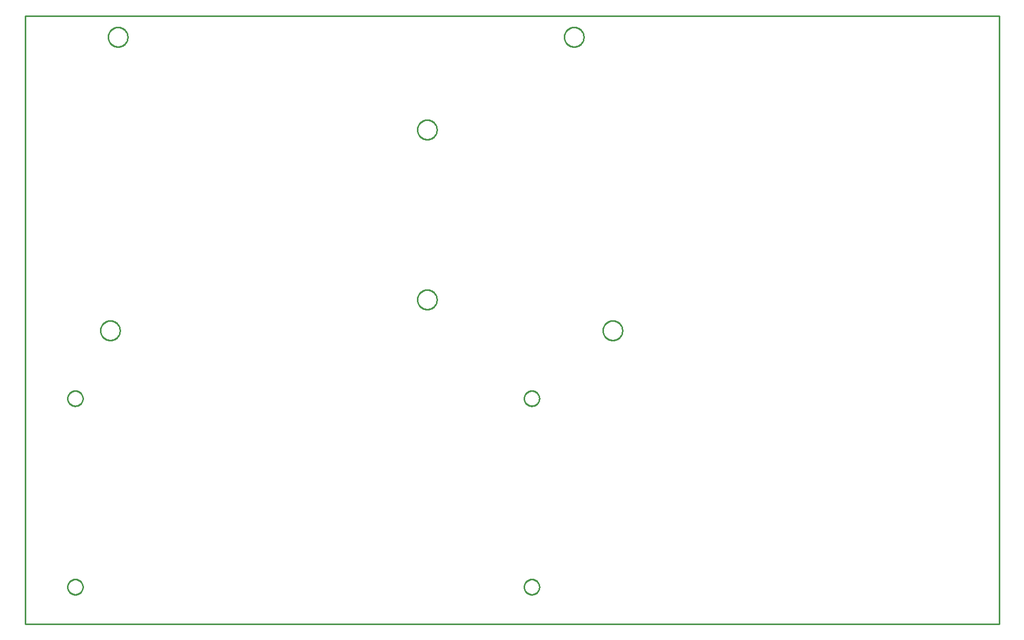
<source format=gbr>
G04 EAGLE Gerber RS-274X export*
G75*
%MOMM*%
%FSLAX34Y34*%
%LPD*%
%IN*%
%IPPOS*%
%AMOC8*
5,1,8,0,0,1.08239X$1,22.5*%
G01*
%ADD10C,0.254000*%


D10*
X0Y0D02*
X1600000Y0D01*
X1600000Y1000000D01*
X0Y1000000D01*
X0Y0D01*
X168400Y964676D02*
X168332Y963631D01*
X168195Y962592D01*
X167990Y961565D01*
X167719Y960553D01*
X167383Y959561D01*
X166982Y958593D01*
X166518Y957654D01*
X165995Y956746D01*
X165413Y955875D01*
X164775Y955044D01*
X164084Y954257D01*
X163343Y953516D01*
X162556Y952825D01*
X161725Y952188D01*
X160854Y951606D01*
X159946Y951082D01*
X159007Y950618D01*
X158039Y950217D01*
X157047Y949881D01*
X156035Y949610D01*
X155008Y949405D01*
X153969Y949269D01*
X152924Y949200D01*
X151876Y949200D01*
X150831Y949269D01*
X149792Y949405D01*
X148765Y949610D01*
X147753Y949881D01*
X146761Y950217D01*
X145793Y950618D01*
X144854Y951082D01*
X143946Y951606D01*
X143075Y952188D01*
X142244Y952825D01*
X141457Y953516D01*
X140716Y954257D01*
X140025Y955044D01*
X139388Y955875D01*
X138806Y956746D01*
X138282Y957654D01*
X137818Y958593D01*
X137417Y959561D01*
X137081Y960553D01*
X136810Y961565D01*
X136605Y962592D01*
X136469Y963631D01*
X136400Y964676D01*
X136400Y965724D01*
X136469Y966769D01*
X136605Y967808D01*
X136810Y968835D01*
X137081Y969847D01*
X137417Y970839D01*
X137818Y971807D01*
X138282Y972746D01*
X138806Y973654D01*
X139388Y974525D01*
X140025Y975356D01*
X140716Y976143D01*
X141457Y976884D01*
X142244Y977575D01*
X143075Y978213D01*
X143946Y978795D01*
X144854Y979318D01*
X145793Y979782D01*
X146761Y980183D01*
X147753Y980519D01*
X148765Y980790D01*
X149792Y980995D01*
X150831Y981132D01*
X151876Y981200D01*
X152924Y981200D01*
X153969Y981132D01*
X155008Y980995D01*
X156035Y980790D01*
X157047Y980519D01*
X158039Y980183D01*
X159007Y979782D01*
X159946Y979318D01*
X160854Y978795D01*
X161725Y978213D01*
X162556Y977575D01*
X163343Y976884D01*
X164084Y976143D01*
X164775Y975356D01*
X165413Y974525D01*
X165995Y973654D01*
X166518Y972746D01*
X166982Y971807D01*
X167383Y970839D01*
X167719Y969847D01*
X167990Y968835D01*
X168195Y967808D01*
X168332Y966769D01*
X168400Y965724D01*
X168400Y964676D01*
X155700Y482076D02*
X155632Y481031D01*
X155495Y479992D01*
X155290Y478965D01*
X155019Y477953D01*
X154683Y476961D01*
X154282Y475993D01*
X153818Y475054D01*
X153295Y474146D01*
X152713Y473275D01*
X152075Y472444D01*
X151384Y471657D01*
X150643Y470916D01*
X149856Y470225D01*
X149025Y469588D01*
X148154Y469006D01*
X147246Y468482D01*
X146307Y468018D01*
X145339Y467617D01*
X144347Y467281D01*
X143335Y467010D01*
X142308Y466805D01*
X141269Y466669D01*
X140224Y466600D01*
X139176Y466600D01*
X138131Y466669D01*
X137092Y466805D01*
X136065Y467010D01*
X135053Y467281D01*
X134061Y467617D01*
X133093Y468018D01*
X132154Y468482D01*
X131246Y469006D01*
X130375Y469588D01*
X129544Y470225D01*
X128757Y470916D01*
X128016Y471657D01*
X127325Y472444D01*
X126688Y473275D01*
X126106Y474146D01*
X125582Y475054D01*
X125118Y475993D01*
X124717Y476961D01*
X124381Y477953D01*
X124110Y478965D01*
X123905Y479992D01*
X123769Y481031D01*
X123700Y482076D01*
X123700Y483124D01*
X123769Y484169D01*
X123905Y485208D01*
X124110Y486235D01*
X124381Y487247D01*
X124717Y488239D01*
X125118Y489207D01*
X125582Y490146D01*
X126106Y491054D01*
X126688Y491925D01*
X127325Y492756D01*
X128016Y493543D01*
X128757Y494284D01*
X129544Y494975D01*
X130375Y495613D01*
X131246Y496195D01*
X132154Y496718D01*
X133093Y497182D01*
X134061Y497583D01*
X135053Y497919D01*
X136065Y498190D01*
X137092Y498395D01*
X138131Y498532D01*
X139176Y498600D01*
X140224Y498600D01*
X141269Y498532D01*
X142308Y498395D01*
X143335Y498190D01*
X144347Y497919D01*
X145339Y497583D01*
X146307Y497182D01*
X147246Y496718D01*
X148154Y496195D01*
X149025Y495613D01*
X149856Y494975D01*
X150643Y494284D01*
X151384Y493543D01*
X152075Y492756D01*
X152713Y491925D01*
X153295Y491054D01*
X153818Y490146D01*
X154282Y489207D01*
X154683Y488239D01*
X155019Y487247D01*
X155290Y486235D01*
X155495Y485208D01*
X155632Y484169D01*
X155700Y483124D01*
X155700Y482076D01*
X676400Y812276D02*
X676332Y811231D01*
X676195Y810192D01*
X675990Y809165D01*
X675719Y808153D01*
X675383Y807161D01*
X674982Y806193D01*
X674518Y805254D01*
X673995Y804346D01*
X673413Y803475D01*
X672775Y802644D01*
X672084Y801857D01*
X671343Y801116D01*
X670556Y800425D01*
X669725Y799788D01*
X668854Y799206D01*
X667946Y798682D01*
X667007Y798218D01*
X666039Y797817D01*
X665047Y797481D01*
X664035Y797210D01*
X663008Y797005D01*
X661969Y796869D01*
X660924Y796800D01*
X659876Y796800D01*
X658831Y796869D01*
X657792Y797005D01*
X656765Y797210D01*
X655753Y797481D01*
X654761Y797817D01*
X653793Y798218D01*
X652854Y798682D01*
X651946Y799206D01*
X651075Y799788D01*
X650244Y800425D01*
X649457Y801116D01*
X648716Y801857D01*
X648025Y802644D01*
X647388Y803475D01*
X646806Y804346D01*
X646282Y805254D01*
X645818Y806193D01*
X645417Y807161D01*
X645081Y808153D01*
X644810Y809165D01*
X644605Y810192D01*
X644469Y811231D01*
X644400Y812276D01*
X644400Y813324D01*
X644469Y814369D01*
X644605Y815408D01*
X644810Y816435D01*
X645081Y817447D01*
X645417Y818439D01*
X645818Y819407D01*
X646282Y820346D01*
X646806Y821254D01*
X647388Y822125D01*
X648025Y822956D01*
X648716Y823743D01*
X649457Y824484D01*
X650244Y825175D01*
X651075Y825813D01*
X651946Y826395D01*
X652854Y826918D01*
X653793Y827382D01*
X654761Y827783D01*
X655753Y828119D01*
X656765Y828390D01*
X657792Y828595D01*
X658831Y828732D01*
X659876Y828800D01*
X660924Y828800D01*
X661969Y828732D01*
X663008Y828595D01*
X664035Y828390D01*
X665047Y828119D01*
X666039Y827783D01*
X667007Y827382D01*
X667946Y826918D01*
X668854Y826395D01*
X669725Y825813D01*
X670556Y825175D01*
X671343Y824484D01*
X672084Y823743D01*
X672775Y822956D01*
X673413Y822125D01*
X673995Y821254D01*
X674518Y820346D01*
X674982Y819407D01*
X675383Y818439D01*
X675719Y817447D01*
X675990Y816435D01*
X676195Y815408D01*
X676332Y814369D01*
X676400Y813324D01*
X676400Y812276D01*
X676400Y532876D02*
X676332Y531831D01*
X676195Y530792D01*
X675990Y529765D01*
X675719Y528753D01*
X675383Y527761D01*
X674982Y526793D01*
X674518Y525854D01*
X673995Y524946D01*
X673413Y524075D01*
X672775Y523244D01*
X672084Y522457D01*
X671343Y521716D01*
X670556Y521025D01*
X669725Y520388D01*
X668854Y519806D01*
X667946Y519282D01*
X667007Y518818D01*
X666039Y518417D01*
X665047Y518081D01*
X664035Y517810D01*
X663008Y517605D01*
X661969Y517469D01*
X660924Y517400D01*
X659876Y517400D01*
X658831Y517469D01*
X657792Y517605D01*
X656765Y517810D01*
X655753Y518081D01*
X654761Y518417D01*
X653793Y518818D01*
X652854Y519282D01*
X651946Y519806D01*
X651075Y520388D01*
X650244Y521025D01*
X649457Y521716D01*
X648716Y522457D01*
X648025Y523244D01*
X647388Y524075D01*
X646806Y524946D01*
X646282Y525854D01*
X645818Y526793D01*
X645417Y527761D01*
X645081Y528753D01*
X644810Y529765D01*
X644605Y530792D01*
X644469Y531831D01*
X644400Y532876D01*
X644400Y533924D01*
X644469Y534969D01*
X644605Y536008D01*
X644810Y537035D01*
X645081Y538047D01*
X645417Y539039D01*
X645818Y540007D01*
X646282Y540946D01*
X646806Y541854D01*
X647388Y542725D01*
X648025Y543556D01*
X648716Y544343D01*
X649457Y545084D01*
X650244Y545775D01*
X651075Y546413D01*
X651946Y546995D01*
X652854Y547518D01*
X653793Y547982D01*
X654761Y548383D01*
X655753Y548719D01*
X656765Y548990D01*
X657792Y549195D01*
X658831Y549332D01*
X659876Y549400D01*
X660924Y549400D01*
X661969Y549332D01*
X663008Y549195D01*
X664035Y548990D01*
X665047Y548719D01*
X666039Y548383D01*
X667007Y547982D01*
X667946Y547518D01*
X668854Y546995D01*
X669725Y546413D01*
X670556Y545775D01*
X671343Y545084D01*
X672084Y544343D01*
X672775Y543556D01*
X673413Y542725D01*
X673995Y541854D01*
X674518Y540946D01*
X674982Y540007D01*
X675383Y539039D01*
X675719Y538047D01*
X675990Y537035D01*
X676195Y536008D01*
X676332Y534969D01*
X676400Y533924D01*
X676400Y532876D01*
X917700Y964676D02*
X917632Y963631D01*
X917495Y962592D01*
X917290Y961565D01*
X917019Y960553D01*
X916683Y959561D01*
X916282Y958593D01*
X915818Y957654D01*
X915295Y956746D01*
X914713Y955875D01*
X914075Y955044D01*
X913384Y954257D01*
X912643Y953516D01*
X911856Y952825D01*
X911025Y952188D01*
X910154Y951606D01*
X909246Y951082D01*
X908307Y950618D01*
X907339Y950217D01*
X906347Y949881D01*
X905335Y949610D01*
X904308Y949405D01*
X903269Y949269D01*
X902224Y949200D01*
X901176Y949200D01*
X900131Y949269D01*
X899092Y949405D01*
X898065Y949610D01*
X897053Y949881D01*
X896061Y950217D01*
X895093Y950618D01*
X894154Y951082D01*
X893246Y951606D01*
X892375Y952188D01*
X891544Y952825D01*
X890757Y953516D01*
X890016Y954257D01*
X889325Y955044D01*
X888688Y955875D01*
X888106Y956746D01*
X887582Y957654D01*
X887118Y958593D01*
X886717Y959561D01*
X886381Y960553D01*
X886110Y961565D01*
X885905Y962592D01*
X885769Y963631D01*
X885700Y964676D01*
X885700Y965724D01*
X885769Y966769D01*
X885905Y967808D01*
X886110Y968835D01*
X886381Y969847D01*
X886717Y970839D01*
X887118Y971807D01*
X887582Y972746D01*
X888106Y973654D01*
X888688Y974525D01*
X889325Y975356D01*
X890016Y976143D01*
X890757Y976884D01*
X891544Y977575D01*
X892375Y978213D01*
X893246Y978795D01*
X894154Y979318D01*
X895093Y979782D01*
X896061Y980183D01*
X897053Y980519D01*
X898065Y980790D01*
X899092Y980995D01*
X900131Y981132D01*
X901176Y981200D01*
X902224Y981200D01*
X903269Y981132D01*
X904308Y980995D01*
X905335Y980790D01*
X906347Y980519D01*
X907339Y980183D01*
X908307Y979782D01*
X909246Y979318D01*
X910154Y978795D01*
X911025Y978213D01*
X911856Y977575D01*
X912643Y976884D01*
X913384Y976143D01*
X914075Y975356D01*
X914713Y974525D01*
X915295Y973654D01*
X915818Y972746D01*
X916282Y971807D01*
X916683Y970839D01*
X917019Y969847D01*
X917290Y968835D01*
X917495Y967808D01*
X917632Y966769D01*
X917700Y965724D01*
X917700Y964676D01*
X981200Y482076D02*
X981132Y481031D01*
X980995Y479992D01*
X980790Y478965D01*
X980519Y477953D01*
X980183Y476961D01*
X979782Y475993D01*
X979318Y475054D01*
X978795Y474146D01*
X978213Y473275D01*
X977575Y472444D01*
X976884Y471657D01*
X976143Y470916D01*
X975356Y470225D01*
X974525Y469588D01*
X973654Y469006D01*
X972746Y468482D01*
X971807Y468018D01*
X970839Y467617D01*
X969847Y467281D01*
X968835Y467010D01*
X967808Y466805D01*
X966769Y466669D01*
X965724Y466600D01*
X964676Y466600D01*
X963631Y466669D01*
X962592Y466805D01*
X961565Y467010D01*
X960553Y467281D01*
X959561Y467617D01*
X958593Y468018D01*
X957654Y468482D01*
X956746Y469006D01*
X955875Y469588D01*
X955044Y470225D01*
X954257Y470916D01*
X953516Y471657D01*
X952825Y472444D01*
X952188Y473275D01*
X951606Y474146D01*
X951082Y475054D01*
X950618Y475993D01*
X950217Y476961D01*
X949881Y477953D01*
X949610Y478965D01*
X949405Y479992D01*
X949269Y481031D01*
X949200Y482076D01*
X949200Y483124D01*
X949269Y484169D01*
X949405Y485208D01*
X949610Y486235D01*
X949881Y487247D01*
X950217Y488239D01*
X950618Y489207D01*
X951082Y490146D01*
X951606Y491054D01*
X952188Y491925D01*
X952825Y492756D01*
X953516Y493543D01*
X954257Y494284D01*
X955044Y494975D01*
X955875Y495613D01*
X956746Y496195D01*
X957654Y496718D01*
X958593Y497182D01*
X959561Y497583D01*
X960553Y497919D01*
X961565Y498190D01*
X962592Y498395D01*
X963631Y498532D01*
X964676Y498600D01*
X965724Y498600D01*
X966769Y498532D01*
X967808Y498395D01*
X968835Y498190D01*
X969847Y497919D01*
X970839Y497583D01*
X971807Y497182D01*
X972746Y496718D01*
X973654Y496195D01*
X974525Y495613D01*
X975356Y494975D01*
X976143Y494284D01*
X976884Y493543D01*
X977575Y492756D01*
X978213Y491925D01*
X978795Y491054D01*
X979318Y490146D01*
X979782Y489207D01*
X980183Y488239D01*
X980519Y487247D01*
X980790Y486235D01*
X980995Y485208D01*
X981132Y484169D01*
X981200Y483124D01*
X981200Y482076D01*
X94700Y60409D02*
X94623Y59430D01*
X94469Y58460D01*
X94240Y57504D01*
X93936Y56570D01*
X93561Y55663D01*
X93115Y54788D01*
X92601Y53950D01*
X92024Y53155D01*
X91386Y52408D01*
X90692Y51714D01*
X89945Y51076D01*
X89150Y50499D01*
X88312Y49985D01*
X87437Y49539D01*
X86530Y49164D01*
X85596Y48860D01*
X84641Y48631D01*
X83670Y48477D01*
X82691Y48400D01*
X81709Y48400D01*
X80730Y48477D01*
X79760Y48631D01*
X78804Y48860D01*
X77870Y49164D01*
X76963Y49539D01*
X76088Y49985D01*
X75250Y50499D01*
X74455Y51076D01*
X73708Y51714D01*
X73014Y52408D01*
X72376Y53155D01*
X71799Y53950D01*
X71285Y54788D01*
X70839Y55663D01*
X70464Y56570D01*
X70160Y57504D01*
X69931Y58460D01*
X69777Y59430D01*
X69700Y60409D01*
X69700Y61391D01*
X69777Y62370D01*
X69931Y63341D01*
X70160Y64296D01*
X70464Y65230D01*
X70839Y66137D01*
X71285Y67012D01*
X71799Y67850D01*
X72376Y68645D01*
X73014Y69392D01*
X73708Y70086D01*
X74455Y70724D01*
X75250Y71301D01*
X76088Y71815D01*
X76963Y72261D01*
X77870Y72636D01*
X78804Y72940D01*
X79760Y73169D01*
X80730Y73323D01*
X81709Y73400D01*
X82691Y73400D01*
X83670Y73323D01*
X84641Y73169D01*
X85596Y72940D01*
X86530Y72636D01*
X87437Y72261D01*
X88312Y71815D01*
X89150Y71301D01*
X89945Y70724D01*
X90692Y70086D01*
X91386Y69392D01*
X92024Y68645D01*
X92601Y67850D01*
X93115Y67012D01*
X93561Y66137D01*
X93936Y65230D01*
X94240Y64296D01*
X94469Y63341D01*
X94623Y62370D01*
X94700Y61391D01*
X94700Y60409D01*
X844700Y60409D02*
X844623Y59430D01*
X844469Y58460D01*
X844240Y57504D01*
X843936Y56570D01*
X843561Y55663D01*
X843115Y54788D01*
X842601Y53950D01*
X842024Y53155D01*
X841386Y52408D01*
X840692Y51714D01*
X839945Y51076D01*
X839150Y50499D01*
X838312Y49985D01*
X837437Y49539D01*
X836530Y49164D01*
X835596Y48860D01*
X834641Y48631D01*
X833670Y48477D01*
X832691Y48400D01*
X831709Y48400D01*
X830730Y48477D01*
X829760Y48631D01*
X828804Y48860D01*
X827870Y49164D01*
X826963Y49539D01*
X826088Y49985D01*
X825250Y50499D01*
X824455Y51076D01*
X823708Y51714D01*
X823014Y52408D01*
X822376Y53155D01*
X821799Y53950D01*
X821285Y54788D01*
X820839Y55663D01*
X820464Y56570D01*
X820160Y57504D01*
X819931Y58460D01*
X819777Y59430D01*
X819700Y60409D01*
X819700Y61391D01*
X819777Y62370D01*
X819931Y63341D01*
X820160Y64296D01*
X820464Y65230D01*
X820839Y66137D01*
X821285Y67012D01*
X821799Y67850D01*
X822376Y68645D01*
X823014Y69392D01*
X823708Y70086D01*
X824455Y70724D01*
X825250Y71301D01*
X826088Y71815D01*
X826963Y72261D01*
X827870Y72636D01*
X828804Y72940D01*
X829760Y73169D01*
X830730Y73323D01*
X831709Y73400D01*
X832691Y73400D01*
X833670Y73323D01*
X834641Y73169D01*
X835596Y72940D01*
X836530Y72636D01*
X837437Y72261D01*
X838312Y71815D01*
X839150Y71301D01*
X839945Y70724D01*
X840692Y70086D01*
X841386Y69392D01*
X842024Y68645D01*
X842601Y67850D01*
X843115Y67012D01*
X843561Y66137D01*
X843936Y65230D01*
X844240Y64296D01*
X844469Y63341D01*
X844623Y62370D01*
X844700Y61391D01*
X844700Y60409D01*
X94700Y370409D02*
X94623Y369430D01*
X94469Y368460D01*
X94240Y367504D01*
X93936Y366570D01*
X93561Y365663D01*
X93115Y364788D01*
X92601Y363950D01*
X92024Y363155D01*
X91386Y362408D01*
X90692Y361714D01*
X89945Y361076D01*
X89150Y360499D01*
X88312Y359985D01*
X87437Y359539D01*
X86530Y359164D01*
X85596Y358860D01*
X84641Y358631D01*
X83670Y358477D01*
X82691Y358400D01*
X81709Y358400D01*
X80730Y358477D01*
X79760Y358631D01*
X78804Y358860D01*
X77870Y359164D01*
X76963Y359539D01*
X76088Y359985D01*
X75250Y360499D01*
X74455Y361076D01*
X73708Y361714D01*
X73014Y362408D01*
X72376Y363155D01*
X71799Y363950D01*
X71285Y364788D01*
X70839Y365663D01*
X70464Y366570D01*
X70160Y367504D01*
X69931Y368460D01*
X69777Y369430D01*
X69700Y370409D01*
X69700Y371391D01*
X69777Y372370D01*
X69931Y373341D01*
X70160Y374296D01*
X70464Y375230D01*
X70839Y376137D01*
X71285Y377012D01*
X71799Y377850D01*
X72376Y378645D01*
X73014Y379392D01*
X73708Y380086D01*
X74455Y380724D01*
X75250Y381301D01*
X76088Y381815D01*
X76963Y382261D01*
X77870Y382636D01*
X78804Y382940D01*
X79760Y383169D01*
X80730Y383323D01*
X81709Y383400D01*
X82691Y383400D01*
X83670Y383323D01*
X84641Y383169D01*
X85596Y382940D01*
X86530Y382636D01*
X87437Y382261D01*
X88312Y381815D01*
X89150Y381301D01*
X89945Y380724D01*
X90692Y380086D01*
X91386Y379392D01*
X92024Y378645D01*
X92601Y377850D01*
X93115Y377012D01*
X93561Y376137D01*
X93936Y375230D01*
X94240Y374296D01*
X94469Y373341D01*
X94623Y372370D01*
X94700Y371391D01*
X94700Y370409D01*
X844700Y370409D02*
X844623Y369430D01*
X844469Y368460D01*
X844240Y367504D01*
X843936Y366570D01*
X843561Y365663D01*
X843115Y364788D01*
X842601Y363950D01*
X842024Y363155D01*
X841386Y362408D01*
X840692Y361714D01*
X839945Y361076D01*
X839150Y360499D01*
X838312Y359985D01*
X837437Y359539D01*
X836530Y359164D01*
X835596Y358860D01*
X834641Y358631D01*
X833670Y358477D01*
X832691Y358400D01*
X831709Y358400D01*
X830730Y358477D01*
X829760Y358631D01*
X828804Y358860D01*
X827870Y359164D01*
X826963Y359539D01*
X826088Y359985D01*
X825250Y360499D01*
X824455Y361076D01*
X823708Y361714D01*
X823014Y362408D01*
X822376Y363155D01*
X821799Y363950D01*
X821285Y364788D01*
X820839Y365663D01*
X820464Y366570D01*
X820160Y367504D01*
X819931Y368460D01*
X819777Y369430D01*
X819700Y370409D01*
X819700Y371391D01*
X819777Y372370D01*
X819931Y373341D01*
X820160Y374296D01*
X820464Y375230D01*
X820839Y376137D01*
X821285Y377012D01*
X821799Y377850D01*
X822376Y378645D01*
X823014Y379392D01*
X823708Y380086D01*
X824455Y380724D01*
X825250Y381301D01*
X826088Y381815D01*
X826963Y382261D01*
X827870Y382636D01*
X828804Y382940D01*
X829760Y383169D01*
X830730Y383323D01*
X831709Y383400D01*
X832691Y383400D01*
X833670Y383323D01*
X834641Y383169D01*
X835596Y382940D01*
X836530Y382636D01*
X837437Y382261D01*
X838312Y381815D01*
X839150Y381301D01*
X839945Y380724D01*
X840692Y380086D01*
X841386Y379392D01*
X842024Y378645D01*
X842601Y377850D01*
X843115Y377012D01*
X843561Y376137D01*
X843936Y375230D01*
X844240Y374296D01*
X844469Y373341D01*
X844623Y372370D01*
X844700Y371391D01*
X844700Y370409D01*
M02*

</source>
